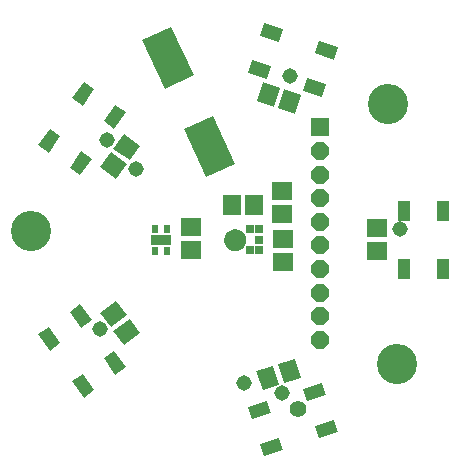
<source format=gbr>
G04 EAGLE Gerber RS-274X export*
G75*
%MOMM*%
%FSLAX34Y34*%
%LPD*%
%INSoldermask Bottom*%
%IPPOS*%
%AMOC8*
5,1,8,0,0,1.08239X$1,22.5*%
G01*
%ADD10C,3.403200*%
%ADD11R,1.703200X1.503200*%
%ADD12R,1.503200X1.703200*%
%ADD13C,0.912000*%
%ADD14R,0.725200X0.803200*%
%ADD15C,1.828800*%
%ADD16R,0.553200X0.753200*%
%ADD17R,1.803200X0.903200*%
%ADD18R,4.503200X2.703200*%
%ADD19R,1.524000X1.524000*%
%ADD20P,1.649562X8X202.500000*%
%ADD21R,1.703200X1.103200*%
%ADD22R,1.103200X1.703200*%
%ADD23C,1.309600*%
%ADD24C,1.409600*%


D10*
X137500Y-105000D03*
X-172500Y7500D03*
X130000Y115000D03*
D11*
X40471Y352D03*
X40471Y-18648D03*
X40344Y21794D03*
X40344Y40794D03*
D12*
X16458Y29616D03*
X-2542Y29616D03*
D13*
X-4634Y-159D02*
X-4632Y-25D01*
X-4626Y110D01*
X-4616Y244D01*
X-4602Y378D01*
X-4584Y511D01*
X-4563Y644D01*
X-4537Y776D01*
X-4508Y907D01*
X-4474Y1037D01*
X-4437Y1167D01*
X-4396Y1295D01*
X-4351Y1422D01*
X-4303Y1547D01*
X-4251Y1671D01*
X-4195Y1794D01*
X-4135Y1914D01*
X-4073Y2033D01*
X-4006Y2150D01*
X-3936Y2265D01*
X-3863Y2378D01*
X-3787Y2489D01*
X-3707Y2597D01*
X-3624Y2703D01*
X-3538Y2806D01*
X-3449Y2907D01*
X-3357Y3005D01*
X-3263Y3101D01*
X-3165Y3194D01*
X-3065Y3283D01*
X-2962Y3370D01*
X-2857Y3454D01*
X-2749Y3534D01*
X-2639Y3611D01*
X-2526Y3685D01*
X-2412Y3756D01*
X-2296Y3823D01*
X-2177Y3887D01*
X-2057Y3947D01*
X-1935Y4004D01*
X-1811Y4057D01*
X-1686Y4107D01*
X-1560Y4152D01*
X-1432Y4194D01*
X-1303Y4232D01*
X-1173Y4267D01*
X-1042Y4297D01*
X-910Y4324D01*
X-777Y4346D01*
X-644Y4365D01*
X-510Y4380D01*
X-376Y4391D01*
X-242Y4398D01*
X-108Y4401D01*
X27Y4400D01*
X161Y4395D01*
X296Y4386D01*
X429Y4373D01*
X563Y4356D01*
X696Y4336D01*
X828Y4311D01*
X959Y4282D01*
X1090Y4250D01*
X1219Y4214D01*
X1348Y4174D01*
X1475Y4130D01*
X1601Y4082D01*
X1725Y4031D01*
X1848Y3976D01*
X1969Y3918D01*
X2089Y3856D01*
X2206Y3790D01*
X2321Y3721D01*
X2435Y3649D01*
X2546Y3573D01*
X2655Y3494D01*
X2762Y3412D01*
X2866Y3327D01*
X2967Y3239D01*
X3066Y3148D01*
X3162Y3053D01*
X3256Y2957D01*
X3346Y2857D01*
X3434Y2755D01*
X3518Y2650D01*
X3599Y2543D01*
X3677Y2434D01*
X3752Y2322D01*
X3824Y2208D01*
X3892Y2092D01*
X3956Y1974D01*
X4018Y1854D01*
X4075Y1733D01*
X4129Y1609D01*
X4180Y1485D01*
X4226Y1358D01*
X4269Y1231D01*
X4308Y1102D01*
X4343Y972D01*
X4375Y842D01*
X4402Y710D01*
X4426Y578D01*
X4446Y445D01*
X4462Y311D01*
X4474Y177D01*
X4482Y43D01*
X4486Y-92D01*
X4486Y-226D01*
X4482Y-361D01*
X4474Y-495D01*
X4462Y-629D01*
X4446Y-763D01*
X4426Y-896D01*
X4402Y-1028D01*
X4375Y-1160D01*
X4343Y-1290D01*
X4308Y-1420D01*
X4269Y-1549D01*
X4226Y-1676D01*
X4180Y-1803D01*
X4129Y-1927D01*
X4075Y-2051D01*
X4018Y-2172D01*
X3956Y-2292D01*
X3892Y-2410D01*
X3824Y-2526D01*
X3752Y-2640D01*
X3677Y-2752D01*
X3599Y-2861D01*
X3518Y-2968D01*
X3434Y-3073D01*
X3346Y-3175D01*
X3256Y-3275D01*
X3162Y-3371D01*
X3066Y-3466D01*
X2967Y-3557D01*
X2866Y-3645D01*
X2762Y-3730D01*
X2655Y-3812D01*
X2546Y-3891D01*
X2435Y-3967D01*
X2321Y-4039D01*
X2206Y-4108D01*
X2089Y-4174D01*
X1969Y-4236D01*
X1848Y-4294D01*
X1725Y-4349D01*
X1601Y-4400D01*
X1475Y-4448D01*
X1348Y-4492D01*
X1219Y-4532D01*
X1090Y-4568D01*
X959Y-4600D01*
X828Y-4629D01*
X696Y-4654D01*
X563Y-4674D01*
X429Y-4691D01*
X296Y-4704D01*
X161Y-4713D01*
X27Y-4718D01*
X-108Y-4719D01*
X-242Y-4716D01*
X-376Y-4709D01*
X-510Y-4698D01*
X-644Y-4683D01*
X-777Y-4664D01*
X-910Y-4642D01*
X-1042Y-4615D01*
X-1173Y-4585D01*
X-1303Y-4550D01*
X-1432Y-4512D01*
X-1560Y-4470D01*
X-1686Y-4425D01*
X-1811Y-4375D01*
X-1935Y-4322D01*
X-2057Y-4265D01*
X-2177Y-4205D01*
X-2296Y-4141D01*
X-2412Y-4074D01*
X-2526Y-4003D01*
X-2639Y-3929D01*
X-2749Y-3852D01*
X-2857Y-3772D01*
X-2962Y-3688D01*
X-3065Y-3601D01*
X-3165Y-3512D01*
X-3263Y-3419D01*
X-3357Y-3323D01*
X-3449Y-3225D01*
X-3538Y-3124D01*
X-3624Y-3021D01*
X-3707Y-2915D01*
X-3787Y-2807D01*
X-3863Y-2696D01*
X-3936Y-2583D01*
X-4006Y-2468D01*
X-4073Y-2351D01*
X-4135Y-2232D01*
X-4195Y-2112D01*
X-4251Y-1989D01*
X-4303Y-1865D01*
X-4351Y-1740D01*
X-4396Y-1613D01*
X-4437Y-1485D01*
X-4474Y-1355D01*
X-4508Y-1225D01*
X-4537Y-1094D01*
X-4563Y-962D01*
X-4584Y-829D01*
X-4602Y-696D01*
X-4616Y-562D01*
X-4626Y-428D01*
X-4632Y-293D01*
X-4634Y-159D01*
D14*
X12446Y-9159D03*
X20666Y-9159D03*
X20666Y-159D03*
X20666Y8841D03*
X12446Y8841D03*
D15*
X-74Y-159D03*
D16*
X-57230Y9250D03*
X-67230Y9250D03*
X-67230Y-9250D03*
X-57230Y-9250D03*
D17*
X-62230Y0D03*
D11*
X-37338Y-8484D03*
X-37338Y10516D03*
D18*
G36*
X-24058Y52646D02*
X-43090Y93458D01*
X-18592Y104882D01*
X440Y64070D01*
X-24058Y52646D01*
G37*
G36*
X-59136Y127870D02*
X-78168Y168682D01*
X-53670Y180106D01*
X-34638Y139294D01*
X-59136Y127870D01*
G37*
D19*
X72390Y95080D03*
D20*
X72390Y75080D03*
X72390Y55080D03*
X72390Y35080D03*
X72390Y15080D03*
X72390Y-4920D03*
X72390Y-24920D03*
X72390Y-44920D03*
X72390Y-64920D03*
X72390Y-84920D03*
D21*
G36*
X-102237Y-94037D02*
X-92226Y-107815D01*
X-101151Y-114299D01*
X-111162Y-100521D01*
X-102237Y-94037D01*
G37*
G36*
X-128934Y-113434D02*
X-118923Y-127212D01*
X-127848Y-133696D01*
X-137859Y-119918D01*
X-128934Y-113434D01*
G37*
G36*
X-131038Y-54396D02*
X-121027Y-68174D01*
X-129952Y-74658D01*
X-139963Y-60880D01*
X-131038Y-54396D01*
G37*
G36*
X-157736Y-73793D02*
X-147725Y-87571D01*
X-156650Y-94055D01*
X-166661Y-80277D01*
X-157736Y-73793D01*
G37*
G36*
X57842Y-126292D02*
X74039Y-121029D01*
X77448Y-131520D01*
X61251Y-136783D01*
X57842Y-126292D01*
G37*
G36*
X68040Y-157677D02*
X84237Y-152414D01*
X87646Y-162905D01*
X71449Y-168168D01*
X68040Y-157677D01*
G37*
G36*
X11240Y-141433D02*
X27437Y-136170D01*
X30846Y-146661D01*
X14649Y-151924D01*
X11240Y-141433D01*
G37*
G36*
X21438Y-172818D02*
X37635Y-167555D01*
X41044Y-178046D01*
X24847Y-183309D01*
X21438Y-172818D01*
G37*
D22*
X143500Y24500D03*
X176500Y24500D03*
X143500Y-24500D03*
X176500Y-24500D03*
D21*
G36*
X27437Y136170D02*
X11240Y141433D01*
X14649Y151924D01*
X30846Y146661D01*
X27437Y136170D01*
G37*
G36*
X37635Y167555D02*
X21438Y172818D01*
X24847Y183309D01*
X41044Y178046D01*
X37635Y167555D01*
G37*
G36*
X74039Y121029D02*
X57842Y126292D01*
X61251Y136783D01*
X77448Y131520D01*
X74039Y121029D01*
G37*
G36*
X84237Y152414D02*
X68040Y157677D01*
X71449Y168168D01*
X87646Y162905D01*
X84237Y152414D01*
G37*
G36*
X-121027Y68174D02*
X-131038Y54396D01*
X-139963Y60880D01*
X-129952Y74658D01*
X-121027Y68174D01*
G37*
G36*
X-147725Y87571D02*
X-157736Y73793D01*
X-166661Y80277D01*
X-156650Y94055D01*
X-147725Y87571D01*
G37*
G36*
X-92226Y107815D02*
X-102237Y94037D01*
X-111162Y100521D01*
X-101151Y114299D01*
X-92226Y107815D01*
G37*
G36*
X-118923Y127212D02*
X-128934Y113434D01*
X-137859Y119918D01*
X-127848Y133696D01*
X-118923Y127212D01*
G37*
D11*
X120000Y9500D03*
X120000Y-9500D03*
D12*
G36*
X32817Y112484D02*
X18522Y117129D01*
X23785Y133326D01*
X38080Y128681D01*
X32817Y112484D01*
G37*
G36*
X50887Y106612D02*
X36592Y111257D01*
X41855Y127454D01*
X56150Y122809D01*
X50887Y106612D01*
G37*
G36*
X-91359Y63922D02*
X-100195Y51762D01*
X-113973Y61774D01*
X-105137Y73934D01*
X-91359Y63922D01*
G37*
G36*
X-80191Y79294D02*
X-89027Y67134D01*
X-102805Y77146D01*
X-93969Y89306D01*
X-80191Y79294D01*
G37*
G36*
X-89027Y-67134D02*
X-80191Y-79294D01*
X-93969Y-89306D01*
X-102805Y-77146D01*
X-89027Y-67134D01*
G37*
G36*
X-100195Y-51762D02*
X-91359Y-63922D01*
X-105137Y-73934D01*
X-113973Y-61774D01*
X-100195Y-51762D01*
G37*
G36*
X36338Y-105415D02*
X50633Y-100770D01*
X55896Y-116967D01*
X41601Y-121612D01*
X36338Y-105415D01*
G37*
G36*
X18268Y-111287D02*
X32563Y-106642D01*
X37826Y-122839D01*
X23531Y-127484D01*
X18268Y-111287D01*
G37*
D23*
X-108204Y84074D03*
X-83820Y60198D03*
X139700Y8890D03*
X40132Y-129794D03*
X8128Y-121158D03*
X-113792Y-75692D03*
X46736Y138938D03*
D24*
X53551Y-143197D03*
M02*

</source>
